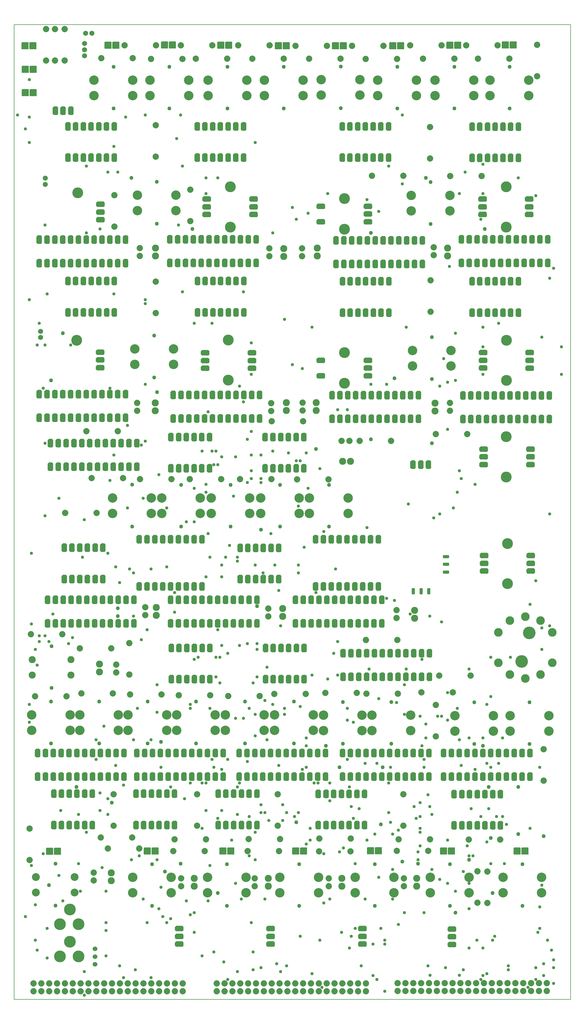
<source format=gbr>
G04 PROTEUS GERBER X2 FILE*
%TF.GenerationSoftware,Labcenter,Proteus,8.6-SP2-Build23525*%
%TF.CreationDate,2019-12-11T18:44:10+00:00*%
%TF.FileFunction,Soldermask,Top*%
%TF.FilePolarity,Negative*%
%TF.Part,Single*%
%FSLAX45Y45*%
%MOMM*%
G01*
%TA.AperFunction,Material*%
%ADD32C,1.016000*%
%ADD33C,1.270000*%
%AMPPAD028*
4,1,8,
-0.509800,1.397000,
0.509800,1.397000,
0.889000,1.017800,
0.889000,-1.017800,
0.509800,-1.397000,
-0.509800,-1.397000,
-0.889000,-1.017800,
-0.889000,1.017800,
-0.509800,1.397000,
0*%
%TA.AperFunction,Material*%
%ADD34PPAD028*%
%AMPPAD029*
4,1,8,
-1.397000,-0.509800,
-1.397000,0.509800,
-1.017800,0.889000,
1.017800,0.889000,
1.397000,0.509800,
1.397000,-0.509800,
1.017800,-0.889000,
-1.017800,-0.889000,
-1.397000,-0.509800,
0*%
%TA.AperFunction,Material*%
%ADD35PPAD029*%
%TA.AperFunction,Material*%
%ADD36C,2.032000*%
%ADD37C,2.286000*%
%AMPPAD032*
4,1,36,
1.016000,-1.143000,
-1.016000,-1.143000,
-1.041970,-1.140470,
-1.065980,-1.133200,
-1.087580,-1.121650,
-1.106290,-1.106290,
-1.121650,-1.087570,
-1.133200,-1.065980,
-1.140470,-1.041970,
-1.143000,-1.016000,
-1.143000,1.016000,
-1.140470,1.041970,
-1.133200,1.065980,
-1.121650,1.087570,
-1.106290,1.106290,
-1.087580,1.121650,
-1.065980,1.133200,
-1.041970,1.140470,
-1.016000,1.143000,
1.016000,1.143000,
1.041970,1.140470,
1.065980,1.133200,
1.087580,1.121650,
1.106290,1.106290,
1.121650,1.087570,
1.133200,1.065980,
1.140470,1.041970,
1.143000,1.016000,
1.143000,-1.016000,
1.140470,-1.041970,
1.133200,-1.065980,
1.121650,-1.087570,
1.106290,-1.106290,
1.087580,-1.121650,
1.065980,-1.133200,
1.041970,-1.140470,
1.016000,-1.143000,
0*%
%ADD38PPAD032*%
%TA.AperFunction,Material*%
%ADD39C,2.794000*%
%ADD40C,4.064000*%
%AMPPAD035*
4,1,36,
0.203200,-1.016000,
-0.203200,-1.016000,
-0.265520,-1.009940,
-0.323160,-0.992490,
-0.374980,-0.964770,
-0.419890,-0.927890,
-0.456760,-0.882980,
-0.484480,-0.831160,
-0.501930,-0.773520,
-0.508000,-0.711200,
-0.508000,0.711200,
-0.501930,0.773520,
-0.484480,0.831160,
-0.456760,0.882980,
-0.419890,0.927890,
-0.374980,0.964770,
-0.323160,0.992490,
-0.265520,1.009940,
-0.203200,1.016000,
0.203200,1.016000,
0.265520,1.009940,
0.323160,0.992490,
0.374980,0.964770,
0.419890,0.927890,
0.456760,0.882980,
0.484480,0.831160,
0.501930,0.773520,
0.508000,0.711200,
0.508000,-0.711200,
0.501930,-0.773520,
0.484480,-0.831160,
0.456760,-0.882980,
0.419890,-0.927890,
0.374980,-0.964770,
0.323160,-0.992490,
0.265520,-1.009940,
0.203200,-1.016000,
0*%
%TA.AperFunction,Material*%
%ADD41PPAD035*%
%AMPPAD036*
4,1,36,
1.016000,0.203200,
1.016000,-0.203200,
1.009940,-0.265520,
0.992490,-0.323160,
0.964770,-0.374980,
0.927890,-0.419890,
0.882980,-0.456760,
0.831160,-0.484480,
0.773520,-0.501930,
0.711200,-0.508000,
-0.711200,-0.508000,
-0.773520,-0.501930,
-0.831160,-0.484480,
-0.882980,-0.456760,
-0.927890,-0.419890,
-0.964770,-0.374980,
-0.992490,-0.323160,
-1.009940,-0.265520,
-1.016000,-0.203200,
-1.016000,0.203200,
-1.009940,0.265520,
-0.992490,0.323160,
-0.964770,0.374980,
-0.927890,0.419890,
-0.882980,0.456760,
-0.831160,0.484480,
-0.773520,0.501930,
-0.711200,0.508000,
0.711200,0.508000,
0.773520,0.501930,
0.831160,0.484480,
0.882980,0.456760,
0.927890,0.419890,
0.964770,0.374980,
0.992490,0.323160,
1.009940,0.265520,
1.016000,0.203200,
0*%
%ADD42PPAD036*%
%ADD43C,3.810000*%
%ADD44C,1.524000*%
%TA.AperFunction,Material*%
%ADD45C,1.651000*%
%TA.AperFunction,Material*%
%ADD46C,3.048000*%
%ADD47C,2.540000*%
%TA.AperFunction,Material*%
%ADD48C,3.508000*%
%TA.AperFunction,Profile*%
%ADD29C,0.203200*%
%TD.AperFunction*%
D32*
X-5651500Y+10985500D03*
X-5969000Y+10985500D03*
X-5778500Y+11811000D03*
X-8001000Y+9271000D03*
X-6667500Y+11176000D03*
X-6667500Y+9017000D03*
X-6223000Y+9144000D03*
X+3111500Y+11176000D03*
X+3556000Y+10604500D03*
X+2794000Y+9715500D03*
X+5080000Y+7937500D03*
X+5588000Y+10985500D03*
X+6096000Y+9461500D03*
X+6159500Y+11239500D03*
X+7302500Y+10795000D03*
X-3556000Y+11176000D03*
X-3683000Y+9271000D03*
X-2413000Y+10795000D03*
X-2794000Y+10795000D03*
X-6223000Y-9080500D03*
X-7493000Y-9652000D03*
X-5715000Y-8191500D03*
X-5969000Y-9271000D03*
X-5969000Y-9779000D03*
X-6921500Y-9779000D03*
X-1778000Y-9779000D03*
X-2413000Y-9906000D03*
X+571500Y-10223500D03*
X+63500Y-9842500D03*
X-1397000Y-9842500D03*
X+317500Y-8318500D03*
X-1714500Y-8763000D03*
X-444500Y-8191500D03*
X+4127500Y-9398000D03*
X+2667000Y-10414000D03*
X+1968500Y-9906000D03*
X+1841500Y-8890000D03*
X+3111500Y-9715500D03*
X+3111500Y-8763000D03*
X+3429000Y-10287000D03*
X+2413000Y-10604500D03*
X+4000500Y-9906000D03*
X+3175000Y-8255000D03*
X+2159000Y-9588500D03*
X+1905000Y-9525000D03*
X+1778000Y-8001000D03*
X-3937000Y-8890000D03*
X-3302000Y-8763000D03*
X-2540000Y-8255000D03*
X-4254500Y-8255000D03*
X+6604000Y-9842500D03*
X+6096000Y-9842500D03*
X+4127500Y-10350500D03*
X+4127500Y-10795000D03*
X+5651500Y-10795000D03*
X+6413500Y-11366500D03*
X+6858000Y-11366500D03*
X+5905500Y-8318500D03*
X+6286500Y-8128000D03*
X+6794500Y-9842500D03*
X+5778500Y-9588500D03*
X+6667500Y-8128000D03*
X+6413500Y-8255000D03*
X+8001000Y-8255000D03*
X-6794500Y-1460500D03*
X-2159000Y-1460500D03*
X-2667000Y-1460500D03*
X-1778000Y-1460500D03*
X-5588000Y-2286000D03*
X-5969000Y-1333500D03*
X-2032000Y-1079500D03*
X-2794000Y-2095500D03*
X-5143500Y-3365500D03*
X-5143500Y-1968500D03*
X-2286000Y-1714500D03*
X-1714500Y-4318000D03*
X-2286000Y-4318000D03*
X-2286000Y-2095500D03*
X-1778000Y-1587500D03*
X-1206500Y-1714500D03*
X-571500Y-1714500D03*
X-1143000Y-5334000D03*
X-2476500Y-5334000D03*
X-2476500Y-4699000D03*
X-3048000Y-4699000D03*
X-4572000Y-1841500D03*
X-5270500Y-1841500D03*
X-952500Y-1968500D03*
X+762000Y-2603500D03*
X+381000Y-1143000D03*
X-4699000Y-3810000D03*
X-2413000Y-3810000D03*
X-3810000Y-3238500D03*
X-3810000Y-2603500D03*
X-7175500Y+5397500D03*
X-7937500Y+7048500D03*
X-5778500Y+7048500D03*
X-5905500Y+4000500D03*
X+3683000Y+5969000D03*
X+3048000Y+4127500D03*
X+2540000Y+4127500D03*
X+1778000Y+3302000D03*
X+1460500Y+3302000D03*
X-2730500Y+3238500D03*
X-1587500Y+3556000D03*
X+8064500Y+5651500D03*
X+6667500Y+6096000D03*
X+6159500Y+5969000D03*
X-3175000Y+6096000D03*
X-2603500Y+6096000D03*
X-3556000Y+7112000D03*
X-1587500Y+7112000D03*
X-1714500Y+4064000D03*
X-2921000Y+1968500D03*
X-2286000Y+1778000D03*
X-4762500Y+2286000D03*
X-635000Y+1968500D03*
X-2476500Y+1968500D03*
X-5778500Y+1841500D03*
X-2603500Y+1968500D03*
X-3175000Y+762000D03*
X-4826000Y+444500D03*
X-7556500Y+444500D03*
X-2413000Y+1524000D03*
X-2540000Y+1524000D03*
X-1333500Y+1333500D03*
X-1333500Y+1079500D03*
X-1016000Y+1079500D03*
X-4889500Y+2159000D03*
X-5905500Y+1016000D03*
X-2794000Y+889000D03*
X-1905000Y+508000D03*
X-1841500Y+1778000D03*
X+127000Y+1651000D03*
X-2794000Y+635000D03*
X-5334000Y+2794000D03*
X-1460500Y+2349500D03*
X-1460500Y+952500D03*
X-1016000Y+952500D03*
X-1333500Y+2603500D03*
X-1333500Y+1841500D03*
X-127000Y+1905000D03*
X-7239000Y-4254500D03*
X+1333500Y-4572000D03*
X-3175000Y-4762500D03*
X-1143000Y-4254500D03*
X-1460500Y-4254500D03*
X-2095500Y-4572000D03*
X-2349500Y-5524500D03*
X-2349500Y-4699000D03*
X-1143000Y-4445000D03*
X-1270000Y-5524500D03*
X+2476500Y-5080000D03*
X+1460500Y-5270500D03*
X+635000Y-5270500D03*
X-825500Y-5016500D03*
X+1460500Y-4191000D03*
X+1143000Y-5397500D03*
X+2794000Y-6032500D03*
X+5016500Y-5842000D03*
X-8001000Y-4000500D03*
X-8191500Y-4000500D03*
X-5207000Y-11239500D03*
X-1968500Y-10604500D03*
X+571500Y-10604500D03*
X+2032000Y-11366500D03*
X-1016000Y-9461500D03*
X-1016000Y-9715500D03*
X-1016000Y-14732000D03*
X-5461000Y-15049500D03*
X-5143500Y-7366000D03*
X-4572000Y-7366000D03*
X-4254500Y-12128500D03*
X-4826000Y-12509500D03*
X-4381500Y-5588000D03*
X+3683000Y-5080000D03*
X-4889500Y-4127500D03*
X-7112000Y-4064000D03*
X-6731000Y-14859000D03*
X-6731000Y-15621000D03*
X+8255000Y-13843000D03*
X+6477000Y-13843000D03*
X+825500Y-8763000D03*
X+1206500Y-8763000D03*
X+444500Y-10731500D03*
X+1524000Y-10985500D03*
X+2222500Y-14668500D03*
X-3175000Y-13589000D03*
X+2032000Y-13462000D03*
X+635000Y-14922500D03*
X-4572000Y-15049500D03*
X-1397000Y-11112500D03*
X-4953000Y-11112500D03*
X-4318000Y-12827000D03*
X+5715000Y-12001500D03*
X-4699000Y-13271500D03*
X-6032500Y-13271500D03*
X-6032500Y-12255500D03*
X-6858000Y-12255500D03*
X-6731000Y-254000D03*
X-8445500Y-3619500D03*
X-4318000Y+1206500D03*
X-6223000Y-9652000D03*
X+5715000Y-11112500D03*
X+4064000Y-11239500D03*
X+4064000Y-10985500D03*
X+3238500Y-11557000D03*
X-5016500Y-6350000D03*
X-6096000Y-6921500D03*
X-6159500Y-11493500D03*
X-7556500Y-11747500D03*
X-254000Y-6350000D03*
X-1397000Y-6350000D03*
X-8509000Y-6794500D03*
X-8318500Y-4445000D03*
X-8509000Y+11938000D03*
X-1206500Y+11938000D03*
X-1016000Y+1841500D03*
X+5905500Y+889000D03*
X+5715000Y-7302500D03*
X+3238500Y-10414000D03*
X+4762500Y-11874500D03*
X+5524500Y-11620500D03*
X+5207000Y+127000D03*
X+889000Y+1397000D03*
X+1143000Y+10287000D03*
X-2794000Y+10287000D03*
X+4889500Y+4953000D03*
X+5270500Y-12255500D03*
X+5016500Y-12001500D03*
X+2984500Y-15494000D03*
X+2984500Y-13970000D03*
X+2603500Y-13970000D03*
X+2794000Y-11811000D03*
X-2667000Y-11430000D03*
X+4508500Y-9779000D03*
X+4254500Y-8255000D03*
X+4254500Y-8001000D03*
X+5397500Y-7366000D03*
X+5270500Y+4254500D03*
X-1333500Y+5461000D03*
X+6286500Y-10668000D03*
X+8064500Y-4445000D03*
X+8064500Y-3746500D03*
X+8318500Y-3683000D03*
X+8318500Y-63500D03*
X+4762500Y-63500D03*
X+4762500Y+4064000D03*
X-1333500Y+4445000D03*
X+4699000Y-6604000D03*
X+4127500Y-6604000D03*
X+5016500Y+2667000D03*
X-5334000Y+127000D03*
X+1206500Y-9334500D03*
X+4381500Y-9144000D03*
X+6350000Y-9588500D03*
X+5842000Y-11112500D03*
X+4508500Y-11557000D03*
X-4381500Y-11239500D03*
X-1206500Y-11239500D03*
X-1206500Y-10350500D03*
X+4127500Y-9842500D03*
X+4127500Y-10223500D03*
X+5461000Y-8191500D03*
X-2222500Y-14541500D03*
X-5588000Y-14668500D03*
X-5461000Y-8826500D03*
X-6350000Y-8001000D03*
X-6350000Y-7366000D03*
X-3302000Y-6223000D03*
X-3429000Y-317500D03*
X-3175000Y-317500D03*
X-8509000Y+12763500D03*
X-5397500Y+12763500D03*
X-8001000Y+5397500D03*
X-8001000Y-127000D03*
X-7874000Y-4191000D03*
X-508000Y-14605000D03*
X-8255000Y-14160500D03*
X-8191500Y-4191000D03*
X-8890000Y+12827000D03*
X-3746500Y+12065000D03*
X-2095500Y-15113000D03*
X-2286000Y-9652000D03*
X-2794000Y-9652000D03*
X-2794000Y-8763000D03*
X-2286000Y-8318500D03*
X-2730500Y-698500D03*
X-698500Y-698500D03*
X-8318500Y-13843000D03*
X-8318500Y-12700000D03*
X-8445500Y-11430000D03*
X-8255000Y-4953000D03*
X-8445500Y-1333500D03*
X-8509000Y+6858000D03*
X-4762500Y+6858000D03*
X-4762500Y+12827000D03*
X-3619500Y+12827000D03*
X-6032500Y-14351000D03*
X-6032500Y-13525500D03*
X-8191500Y+6096000D03*
X-8064500Y-11049000D03*
X-8255000Y+5397500D03*
X+3238500Y-12509500D03*
X+3619500Y-12954000D03*
X-3175000Y-12954000D03*
X-7429500Y-12573000D03*
X+4254500Y-12954000D03*
X-1333500Y-13271500D03*
X+4572000Y-190500D03*
X-8509000Y+13970000D03*
X+7683500Y-2984500D03*
X-3302000Y-13017500D03*
X-4064000Y-13271500D03*
X+8001000Y-13462000D03*
X+8001000Y-12763500D03*
X+7874000Y-2222500D03*
X+1206500Y-12509500D03*
X+2349500Y-12509500D03*
X+6794500Y-7302500D03*
X+6159500Y-7302500D03*
X+1651000Y-10858500D03*
X+889000Y-13843000D03*
X+2984500Y-13843000D03*
X-4762500Y+6731000D03*
X-4762500Y+4127500D03*
X-1841500Y-6667500D03*
X-1587500Y-6667500D03*
X-1778000Y-8890000D03*
X-6667500Y-10350500D03*
X-4381500Y-6477000D03*
X-3302000Y-6350000D03*
X-2921000Y-8763000D03*
X-3492500Y-9271000D03*
D33*
X+2540000Y+9017000D03*
X-1016000Y-571500D03*
X-4254500Y-7429500D03*
X+127000Y-10033000D03*
X+6159500Y-7556500D03*
X-5651500Y-3111500D03*
X-5651500Y-3365500D03*
X+6223000Y+9144000D03*
X+5270500Y-12954000D03*
X+6477000Y-12319000D03*
X-4381500Y+3873500D03*
X+1079500Y-7556500D03*
X-7429500Y+5778500D03*
X-1143000Y-3048000D03*
X-2413000Y-12319000D03*
X+3302000Y+4318000D03*
X-7874000Y-12065000D03*
X-3238500Y+9144000D03*
X+4508500Y+2222500D03*
D32*
X-1778000Y-14859000D03*
X-8636000Y-13081000D03*
X-4191000Y-13081000D03*
X+8445500Y+7874000D03*
X+8318500Y+7556500D03*
X+3429000Y-13335000D03*
X+3746500Y+254000D03*
X-7747000Y-3302000D03*
X+3048000Y-2794000D03*
X+4445000Y-3365500D03*
X+4826000Y-3556000D03*
X+4445000Y-9525000D03*
X+3937000Y-9525000D03*
X+190500Y-1968500D03*
X+190500Y-1714500D03*
X+4318000Y-7302500D03*
X+4191000Y-7556500D03*
X-1206500Y-7239000D03*
X-1206500Y-6540500D03*
X-2667000Y-6350000D03*
X-2730500Y-12573000D03*
X-6921500Y-11366500D03*
X-317500Y-9969500D03*
X-762000Y-9969500D03*
X-381000Y-3683000D03*
X+3810000Y-3302000D03*
X+3556000Y+12827000D03*
X-8636000Y+12382500D03*
X+5524500Y-14795500D03*
X+6985000Y-14795500D03*
X+5715000Y-5080000D03*
X+6921500Y-10096500D03*
X+8699500Y+5334000D03*
X+6159500Y+5334000D03*
X+7874000Y-14732000D03*
X+7874000Y-15113000D03*
X+1016000Y-635000D03*
X-4064000Y-1778000D03*
X-3429000Y-12573000D03*
X-1841500Y-12001500D03*
X+635000Y+5969000D03*
X-7937500Y-14414500D03*
X-7937500Y-13462000D03*
X-190500Y-9715500D03*
X+190500Y-9715500D03*
X-635000Y+9017000D03*
X-889000Y-6096000D03*
X-254000Y-6540500D03*
X-317500Y-9461500D03*
X+698500Y-8763000D03*
X+5270500Y+5778500D03*
X-8064500Y+4000500D03*
X-1651000Y-12509500D03*
X-889000Y-12509500D03*
X-889000Y-9715500D03*
X+444500Y-8255000D03*
X+444500Y-7556500D03*
X+444500Y-7302500D03*
X-254000Y+6223000D03*
X+3302000Y-2857500D03*
X+3365500Y-6159500D03*
X+4381500Y-14668500D03*
X-190500Y-14668500D03*
X+1016000Y-12636500D03*
X+952500Y-15367000D03*
X-2921000Y-10223500D03*
X-8509000Y-6223000D03*
X-381000Y-14859000D03*
X+6286500Y-14922500D03*
X-3937000Y-13144500D03*
X+8064500Y-12065000D03*
X-2540000Y-14224000D03*
X-444500Y-2540000D03*
X+1397000Y-1841500D03*
X+1841500Y-14097000D03*
X+5715000Y-14097000D03*
X+5715000Y-12827000D03*
X+6286500Y-6223000D03*
X+3175000Y-10033000D03*
X+6413500Y-5969000D03*
X+6413500Y-4699000D03*
X+7048500Y-4699000D03*
X+1587500Y-13589000D03*
X+7937500Y-13589000D03*
X+8382000Y-14160500D03*
X+7683500Y-10223500D03*
X+6985000Y-14668500D03*
D33*
X-5207000Y+10795000D03*
X-7810500Y+4254500D03*
X+1524000Y-8255000D03*
X+2921000Y-8255000D03*
X-4127500Y-11620500D03*
X+2857500Y-10096500D03*
X+2540000Y+2349500D03*
X-5842000Y-9398000D03*
X-6985000Y-8890000D03*
X+762000Y+2032000D03*
X+6350000Y-8890000D03*
X+7302500Y-8890000D03*
X+8128000Y-10477500D03*
X+4064000Y-11366500D03*
X+5715000Y-11239500D03*
X+6413500Y-10541000D03*
X+7302500Y-10414000D03*
X+4318000Y+10795000D03*
X+3556000Y-11303000D03*
X-3619500Y-11366500D03*
D32*
X+8445500Y-14478000D03*
X-1270000Y-14224000D03*
X-1270000Y-14795500D03*
X-5080000Y-14795500D03*
X+5969000Y-13843000D03*
X+190500Y+190500D03*
X-4064000Y+127000D03*
X-2921000Y-14351000D03*
X-2603500Y-8001000D03*
X-2095500Y-8001000D03*
X-8001000Y+2222500D03*
X+508000Y+762000D03*
X+0Y+4762500D03*
X-1460500Y-8064500D03*
X-825500Y-7366000D03*
X-635000Y-6223000D03*
X+1778000Y-6731000D03*
X+254000Y-13716000D03*
X+1905000Y-13716000D03*
X+4191000Y-4762500D03*
X+3619500Y-5588000D03*
X+3619500Y-6540500D03*
X+254000Y-6286500D03*
X+1778000Y-6350000D03*
X+2413000Y-508000D03*
X+2413000Y+10096500D03*
X+508000Y+9652000D03*
X+444500Y+1905000D03*
X+5461000Y+1079500D03*
X+5016500Y-10604500D03*
X+1016000Y-11049000D03*
X+4318000Y-6858000D03*
X+127000Y+9461500D03*
X+317500Y+4635500D03*
X+5016500Y+4191000D03*
X+5016500Y-6731000D03*
X+1968500Y-6794500D03*
X+2349500Y-8128000D03*
X+2730500Y-8128000D03*
X+2730500Y-15113000D03*
X+4450000Y-14970000D03*
X+5397500Y-14970000D03*
X+4826000Y-6604000D03*
X+5334000Y-6350000D03*
X+5334000Y+635000D03*
X+254000Y+1651000D03*
X+0Y+9842500D03*
X+4953000Y-14732000D03*
X+6096000Y-15113000D03*
X+6159500Y+10287000D03*
X+5397500Y+10287000D03*
X+5397500Y+1333500D03*
X+6540500Y-13716000D03*
X+7874000Y+10223500D03*
X+7620000Y-15367000D03*
X+8128000Y-14605000D03*
X+8128000Y-14986000D03*
X+8445500Y-14732000D03*
X+8445500Y-15240000D03*
X+2857500Y-13462000D03*
X+2603500Y-14986000D03*
X+6159500Y-14986000D03*
X+6159500Y-14097000D03*
X+6159500Y+4445000D03*
X+8699500Y+4445000D03*
X-5715000Y-1778000D03*
D34*
X+837460Y-10125080D03*
X+1087460Y-10125080D03*
X+1337460Y-10125080D03*
X+1587460Y-10125080D03*
X+1837460Y-10125080D03*
X+2087460Y-10125080D03*
X+2337460Y-10125080D03*
X+2337460Y-9115080D03*
X+2087460Y-9115080D03*
X+1837460Y-9115080D03*
X+1587460Y-9115080D03*
X+1337460Y-9115080D03*
X+1087460Y-9115080D03*
X+837460Y-9115080D03*
X+5230000Y-10130000D03*
X+5480000Y-10130000D03*
X+5730000Y-10130000D03*
X+5980000Y-10130000D03*
X+6230000Y-10130000D03*
X+6480000Y-10130000D03*
X+6730000Y-10130000D03*
X+6730000Y-9120000D03*
X+6480000Y-9120000D03*
X+6230000Y-9120000D03*
X+5980000Y-9120000D03*
X+5730000Y-9120000D03*
X+5480000Y-9120000D03*
X+5230000Y-9120000D03*
X-2400000Y-10120000D03*
X-2150000Y-10120000D03*
X-1900000Y-10120000D03*
X-1650000Y-10120000D03*
X-1400000Y-10120000D03*
X-1150000Y-10120000D03*
X-1150000Y-9110000D03*
X-1400000Y-9110000D03*
X-1650000Y-9110000D03*
X-1900000Y-9110000D03*
X-2150000Y-9110000D03*
X-2400000Y-9110000D03*
X-7720000Y-10120000D03*
X-7470000Y-10120000D03*
X-7220000Y-10120000D03*
X-6970000Y-10120000D03*
X-6720000Y-10120000D03*
X-6470000Y-10120000D03*
X-6470000Y-9110000D03*
X-6720000Y-9110000D03*
X-6970000Y-9110000D03*
X-7220000Y-9110000D03*
X-7470000Y-9110000D03*
X-7720000Y-9110000D03*
X-5060000Y-10120000D03*
X-4810000Y-10120000D03*
X-4560000Y-10120000D03*
X-4310000Y-10120000D03*
X-4060000Y-10120000D03*
X-3810000Y-10120000D03*
X-3810000Y-9110000D03*
X-4060000Y-9110000D03*
X-4310000Y-9110000D03*
X-4560000Y-9110000D03*
X-4810000Y-9110000D03*
X-5060000Y-9110000D03*
D35*
X-3660266Y-13467490D03*
X-3660266Y-13717490D03*
X-3660266Y-13967490D03*
X-702690Y-13469350D03*
X-702690Y-13719350D03*
X-702690Y-13969350D03*
X+2267630Y-13469850D03*
X+2267630Y-13719850D03*
X+2267630Y-13969850D03*
X+5157470Y-13479850D03*
X+5157470Y-13729850D03*
X+5157470Y-13979850D03*
D34*
X-8193500Y+8800800D03*
X-7939500Y+8800800D03*
X-7685500Y+8800800D03*
X-7431500Y+8800800D03*
X-7177500Y+8800800D03*
X-6923500Y+8800800D03*
X-6669500Y+8800800D03*
X-6415500Y+8800800D03*
X-6161500Y+8800800D03*
X-5907500Y+8800800D03*
X-5653500Y+8800800D03*
X-5399500Y+8800800D03*
X-5399500Y+8038800D03*
X-5653500Y+8038800D03*
X-5907500Y+8038800D03*
X-6161500Y+8038800D03*
X-6415500Y+8038800D03*
X-6669500Y+8038800D03*
X-6923500Y+8038800D03*
X-7177500Y+8038800D03*
X-7431500Y+8038800D03*
X-7685500Y+8038800D03*
X-7939500Y+8038800D03*
X-8193500Y+8038800D03*
D35*
X-1259750Y+10110400D03*
X-1259750Y+9860400D03*
X-1259750Y+9610400D03*
X-2770150Y+10110650D03*
X-2770150Y+9860650D03*
X-2770150Y+9610650D03*
X+7657630Y+9610650D03*
X+7657630Y+9860650D03*
X+7657630Y+10110650D03*
X+6150330Y+10110150D03*
X+6150330Y+9860150D03*
X+6150330Y+9610150D03*
D34*
X-3963500Y+8810800D03*
X-3709500Y+8810800D03*
X-3455500Y+8810800D03*
X-3201500Y+8810800D03*
X-2947500Y+8810800D03*
X-2693500Y+8810800D03*
X-2439500Y+8810800D03*
X-2185500Y+8810800D03*
X-1931500Y+8810800D03*
X-1677500Y+8810800D03*
X-1423500Y+8810800D03*
X-1169500Y+8810800D03*
X-1169500Y+8048800D03*
X-1423500Y+8048800D03*
X-1677500Y+8048800D03*
X-1931500Y+8048800D03*
X-2185500Y+8048800D03*
X-2439500Y+8048800D03*
X-2693500Y+8048800D03*
X-2947500Y+8048800D03*
X-3201500Y+8048800D03*
X-3455500Y+8048800D03*
X-3709500Y+8048800D03*
X-3963500Y+8048800D03*
X+1409040Y+8777620D03*
X+1663040Y+8777620D03*
X+1917040Y+8777620D03*
X+2171040Y+8777620D03*
X+2425040Y+8777620D03*
X+2679040Y+8777620D03*
X+2933040Y+8777620D03*
X+3187040Y+8777620D03*
X+3441040Y+8777620D03*
X+3695040Y+8777620D03*
X+3949040Y+8777620D03*
X+4203040Y+8777620D03*
X+4203040Y+8015620D03*
X+3949040Y+8015620D03*
X+3695040Y+8015620D03*
X+3441040Y+8015620D03*
X+3187040Y+8015620D03*
X+2933040Y+8015620D03*
X+2679040Y+8015620D03*
X+2425040Y+8015620D03*
X+2171040Y+8015620D03*
X+1917040Y+8015620D03*
X+1663040Y+8015620D03*
X+1409040Y+8015620D03*
X+5466500Y+8812700D03*
X+5720500Y+8812700D03*
X+5974500Y+8812700D03*
X+6228500Y+8812700D03*
X+6482500Y+8812700D03*
X+6736500Y+8812700D03*
X+6990500Y+8812700D03*
X+7244500Y+8812700D03*
X+7498500Y+8812700D03*
X+7752500Y+8812700D03*
X+8006500Y+8812700D03*
X+8260500Y+8812700D03*
X+8260500Y+8050700D03*
X+8006500Y+8050700D03*
X+7752500Y+8050700D03*
X+7498500Y+8050700D03*
X+7244500Y+8050700D03*
X+6990500Y+8050700D03*
X+6736500Y+8050700D03*
X+6482500Y+8050700D03*
X+6228500Y+8050700D03*
X+5974500Y+8050700D03*
X+5720500Y+8050700D03*
X+5466500Y+8050700D03*
D36*
X-5756960Y+9224960D03*
X-5756960Y+10240960D03*
X+5105870Y+10855570D03*
X+6121870Y+10855570D03*
X+2572250Y+10865230D03*
X+3588250Y+10865230D03*
X-3309500Y+9398580D03*
X-3309500Y+10414580D03*
X-4940000Y+8277780D03*
X-4940000Y+8531780D03*
D37*
X-4427300Y+8531780D03*
X-4427300Y+8277780D03*
D36*
X-746960Y+8519880D03*
X-746960Y+8265880D03*
D37*
X-279500Y+8256800D03*
X-279500Y+8510800D03*
D36*
X+313040Y+8520040D03*
X+313040Y+8266040D03*
D37*
X+803040Y+8276960D03*
X+803040Y+8530960D03*
D36*
X+4569680Y+8553020D03*
X+4569680Y+8299020D03*
D37*
X+5015100Y+8278860D03*
X+5015100Y+8532860D03*
D35*
X-2819750Y+4640400D03*
X-2819750Y+4890400D03*
X-2819750Y+5140400D03*
X-1309750Y+4640400D03*
X-1309750Y+4890400D03*
X-1309750Y+5140400D03*
X+6164930Y+5148110D03*
X+6164930Y+4898110D03*
X+6164930Y+4648110D03*
X+7675570Y+4647610D03*
X+7675570Y+4897610D03*
X+7675570Y+5147610D03*
D34*
X+1636500Y-4564280D03*
X+1890500Y-4564280D03*
X+2144500Y-4564280D03*
X+2398500Y-4564280D03*
X+2652500Y-4564280D03*
X+2906500Y-4564280D03*
X+3160500Y-4564280D03*
X+3414500Y-4564280D03*
X+3668500Y-4564280D03*
X+3922500Y-4564280D03*
X+4176500Y-4564280D03*
X+4430500Y-4564280D03*
X+4430500Y-5326280D03*
X+4176500Y-5326280D03*
X+3922500Y-5326280D03*
X+3668500Y-5326280D03*
X+3414500Y-5326280D03*
X+3160500Y-5326280D03*
X+2906500Y-5326280D03*
X+2652500Y-5326280D03*
X+2398500Y-5326280D03*
X+2144500Y-5326280D03*
X+1890500Y-5326280D03*
X+1636500Y-5326280D03*
D36*
X-6665200Y+2609500D03*
X-5649200Y+2609500D03*
X+5650000Y+2520000D03*
X+4634000Y+2520000D03*
X+3190800Y+2299500D03*
X+2174800Y+2299500D03*
X-670000Y+2930000D03*
X+346000Y+2930000D03*
X-5020000Y+3270000D03*
X-5020000Y+3524000D03*
D37*
X-4440000Y+3524000D03*
X-4440000Y+3270000D03*
D36*
X-690000Y+3520000D03*
X-690000Y+3266000D03*
D37*
X-199500Y+3276800D03*
X-199500Y+3530800D03*
D36*
X+330500Y+3532100D03*
X+330500Y+3278100D03*
D37*
X+770500Y+3276800D03*
X+770500Y+3530800D03*
X+4610660Y+3262860D03*
X+4610660Y+3516860D03*
D36*
X+5090160Y+3522060D03*
X+5090160Y+3268060D03*
D38*
X+360500Y-10959200D03*
X+106500Y-10959200D03*
D36*
X-4416540Y+15079840D03*
X-5432540Y+15079840D03*
X-2594000Y+15080000D03*
X-3610000Y+15080000D03*
X-744000Y+15080000D03*
X-1760000Y+15080000D03*
X+1110920Y+15067140D03*
X+94920Y+15067140D03*
X+2946000Y+15066980D03*
X+1930000Y+15066980D03*
X+4818380Y+15086980D03*
X+3802380Y+15086980D03*
X+6636000Y+15080000D03*
X+5620000Y+15080000D03*
X+7910650Y+14080150D03*
X+7910650Y+15096150D03*
X-4959500Y-10879200D03*
X-5975500Y-10879200D03*
X-2844000Y-10960000D03*
X-3860000Y-10960000D03*
X-434000Y-10960000D03*
X-1450000Y-10960000D03*
X+1876000Y-10970000D03*
X+860000Y-10970000D03*
X-7680150Y+14594650D03*
X-7680150Y+15610650D03*
X+6300500Y-12635200D03*
X+6300500Y-11619200D03*
D34*
X-8244000Y-7790000D03*
X-7990000Y-7790000D03*
X-7736000Y-7790000D03*
X-7482000Y-7790000D03*
X-7228000Y-7790000D03*
X-6974000Y-7790000D03*
X-6720000Y-7790000D03*
X-6466000Y-7790000D03*
X-6212000Y-7790000D03*
X-5958000Y-7790000D03*
X-5704000Y-7790000D03*
X-5450000Y-7790000D03*
X-5450000Y-8552000D03*
X-5704000Y-8552000D03*
X-5958000Y-8552000D03*
X-6212000Y-8552000D03*
X-6466000Y-8552000D03*
X-6720000Y-8552000D03*
X-6974000Y-8552000D03*
X-7228000Y-8552000D03*
X-7482000Y-8552000D03*
X-7736000Y-8552000D03*
X-7990000Y-8552000D03*
X-8244000Y-8552000D03*
X-1721460Y-7790160D03*
X-1467460Y-7790160D03*
X-1213460Y-7790160D03*
X-959460Y-7790160D03*
X-705460Y-7790160D03*
X-451460Y-7790160D03*
X-197460Y-7790160D03*
X+56540Y-7790160D03*
X+310540Y-7790160D03*
X+564540Y-7790160D03*
X+818540Y-7790160D03*
X+1072540Y-7790160D03*
X+1072540Y-8552160D03*
X+818540Y-8552160D03*
X+564540Y-8552160D03*
X+310540Y-8552160D03*
X+56540Y-8552160D03*
X-197460Y-8552160D03*
X-451460Y-8552160D03*
X-705460Y-8552160D03*
X-959460Y-8552160D03*
X-1213460Y-8552160D03*
X-1467460Y-8552160D03*
X-1721460Y-8552160D03*
X+1626000Y-7790320D03*
X+1880000Y-7790320D03*
X+2134000Y-7790320D03*
X+2388000Y-7790320D03*
X+2642000Y-7790320D03*
X+2896000Y-7790320D03*
X+3150000Y-7790320D03*
X+3404000Y-7790320D03*
X+3658000Y-7790320D03*
X+3912000Y-7790320D03*
X+4166000Y-7790320D03*
X+4420000Y-7790320D03*
X+4420000Y-8552320D03*
X+4166000Y-8552320D03*
X+3912000Y-8552320D03*
X+3658000Y-8552320D03*
X+3404000Y-8552320D03*
X+3150000Y-8552320D03*
X+2896000Y-8552320D03*
X+2642000Y-8552320D03*
X+2388000Y-8552320D03*
X+2134000Y-8552320D03*
X+1880000Y-8552320D03*
X+1626000Y-8552320D03*
X-5034000Y-7790000D03*
X-4780000Y-7790000D03*
X-4526000Y-7790000D03*
X-4272000Y-7790000D03*
X-4018000Y-7790000D03*
X-3764000Y-7790000D03*
X-3510000Y-7790000D03*
X-3256000Y-7790000D03*
X-3002000Y-7790000D03*
X-2748000Y-7790000D03*
X-2494000Y-7790000D03*
X-2240000Y-7790000D03*
X-2240000Y-8552000D03*
X-2494000Y-8552000D03*
X-2748000Y-8552000D03*
X-3002000Y-8552000D03*
X-3256000Y-8552000D03*
X-3510000Y-8552000D03*
X-3764000Y-8552000D03*
X-4018000Y-8552000D03*
X-4272000Y-8552000D03*
X-4526000Y-8552000D03*
X-4780000Y-8552000D03*
X-5034000Y-8552000D03*
X+4888540Y-7790320D03*
X+5142540Y-7790320D03*
X+5396540Y-7790320D03*
X+5650540Y-7790320D03*
X+5904540Y-7790320D03*
X+6158540Y-7790320D03*
X+6412540Y-7790320D03*
X+6666540Y-7790320D03*
X+6920540Y-7790320D03*
X+7174540Y-7790320D03*
X+7428540Y-7790320D03*
X+7682540Y-7790320D03*
X+7682540Y-8552320D03*
X+7428540Y-8552320D03*
X+7174540Y-8552320D03*
X+6920540Y-8552320D03*
X+6666540Y-8552320D03*
X+6412540Y-8552320D03*
X+6158540Y-8552320D03*
X+5904540Y-8552320D03*
X+5650540Y-8552320D03*
X+5396540Y-8552320D03*
X+5142540Y-8552320D03*
X+4888540Y-8552320D03*
D36*
X-5784420Y-9125580D03*
X-5784420Y-10141580D03*
X+3584920Y-9123820D03*
X+3584920Y-10139820D03*
X-479500Y-9125580D03*
X-479500Y-10141580D03*
X+8127780Y-7663020D03*
X+8127780Y-8679020D03*
X-6430000Y-11910000D03*
X-6430000Y-11656000D03*
D37*
X-5860000Y-11666000D03*
X-5860000Y-11920000D03*
D36*
X-3600000Y-12094000D03*
X-3600000Y-11840000D03*
D37*
X-3180000Y-11841080D03*
X-3180000Y-12095080D03*
D36*
X-1222540Y-12093360D03*
X-1222540Y-11839360D03*
D37*
X-780000Y-11840280D03*
X-780000Y-12094280D03*
X+1594920Y-11841900D03*
X+1594920Y-12095900D03*
D36*
X+1172540Y-12095900D03*
X+1172540Y-11841900D03*
X+3600000Y-12094440D03*
X+3600000Y-11840440D03*
D37*
X+4020000Y-11839360D03*
X+4020000Y-12093360D03*
D34*
X-7380000Y-2170000D03*
X-7130000Y-2170000D03*
X-6880000Y-2170000D03*
X-6630000Y-2170000D03*
X-6380000Y-2170000D03*
X-6130000Y-2170000D03*
X-6130000Y-1160000D03*
X-6380000Y-1160000D03*
X-6630000Y-1160000D03*
X-6880000Y-1160000D03*
X-7130000Y-1160000D03*
X-7380000Y-1160000D03*
X-4960000Y-2410000D03*
X-4706000Y-2410000D03*
X-4452000Y-2410000D03*
X-4198000Y-2410000D03*
X-3944000Y-2410000D03*
X-3690000Y-2410000D03*
X-3436000Y-2410000D03*
X-3182000Y-2410000D03*
X-2928000Y-2410000D03*
X-2928000Y-886000D03*
X-3182000Y-886000D03*
X-3436000Y-886000D03*
X-3690000Y-886000D03*
X-3944000Y-886000D03*
X-4198000Y-886000D03*
X-4452000Y-886000D03*
X-4706000Y-886000D03*
X-4960000Y-886000D03*
X-1690000Y-2172540D03*
X-1440000Y-2172540D03*
X-1190000Y-2172540D03*
X-940000Y-2172540D03*
X-690000Y-2172540D03*
X-440000Y-2172540D03*
X-440000Y-1162540D03*
X-690000Y-1162540D03*
X-940000Y-1162540D03*
X-1190000Y-1162540D03*
X-1440000Y-1162540D03*
X-1690000Y-1162540D03*
X+750000Y-2412380D03*
X+1004000Y-2412380D03*
X+1258000Y-2412380D03*
X+1512000Y-2412380D03*
X+1766000Y-2412380D03*
X+2020000Y-2412380D03*
X+2274000Y-2412380D03*
X+2528000Y-2412380D03*
X+2782000Y-2412380D03*
X+2782000Y-888380D03*
X+2528000Y-888380D03*
X+2274000Y-888380D03*
X+2020000Y-888380D03*
X+1766000Y-888380D03*
X+1512000Y-888380D03*
X+1258000Y-888380D03*
X+1004000Y-888380D03*
X+750000Y-888380D03*
X-3944000Y-2837620D03*
X-3690000Y-2837620D03*
X-3436000Y-2837620D03*
X-3182000Y-2837620D03*
X-2928000Y-2837620D03*
X-2674000Y-2837620D03*
X-2420000Y-2837620D03*
X-2166000Y-2837620D03*
X-1912000Y-2837620D03*
X-1658000Y-2837620D03*
X-1404000Y-2837620D03*
X-1150000Y-2837620D03*
X-1150000Y-3599620D03*
X-1404000Y-3599620D03*
X-1658000Y-3599620D03*
X-1912000Y-3599620D03*
X-2166000Y-3599620D03*
X-2420000Y-3599620D03*
X-2674000Y-3599620D03*
X-2928000Y-3599620D03*
X-3182000Y-3599620D03*
X-3436000Y-3599620D03*
X-3690000Y-3599620D03*
X-3944000Y-3599620D03*
X-5129500Y-3601200D03*
X-5383500Y-3601200D03*
X-5637500Y-3601200D03*
X-5891500Y-3601200D03*
X-6145500Y-3601200D03*
X-6399500Y-3601200D03*
X-6653500Y-3601200D03*
X-6907500Y-3601200D03*
X-7161500Y-3601200D03*
X-7415500Y-3601200D03*
X-7669500Y-3601200D03*
X-7923500Y-3601200D03*
X-7923500Y-2839200D03*
X-7669500Y-2839200D03*
X-7415500Y-2839200D03*
X-7161500Y-2839200D03*
X-6907500Y-2839200D03*
X-6653500Y-2839200D03*
X-6399500Y-2839200D03*
X-6145500Y-2839200D03*
X-5891500Y-2839200D03*
X-5637500Y-2839200D03*
X-5383500Y-2839200D03*
X-5129500Y-2839200D03*
X+100000Y-2839740D03*
X+354000Y-2839740D03*
X+608000Y-2839740D03*
X+862000Y-2839740D03*
X+1116000Y-2839740D03*
X+1370000Y-2839740D03*
X+1624000Y-2839740D03*
X+1878000Y-2839740D03*
X+2132000Y-2839740D03*
X+2386000Y-2839740D03*
X+2640000Y-2839740D03*
X+2894000Y-2839740D03*
X+2894000Y-3601740D03*
X+2640000Y-3601740D03*
X+2386000Y-3601740D03*
X+2132000Y-3601740D03*
X+1878000Y-3601740D03*
X+1624000Y-3601740D03*
X+1370000Y-3601740D03*
X+1116000Y-3601740D03*
X+862000Y-3601740D03*
X+608000Y-3601740D03*
X+354000Y-3601740D03*
X+100000Y-3601740D03*
D36*
X-5279500Y-4239200D03*
X-5279500Y-5255200D03*
X-5860150Y-4409350D03*
X-6876150Y-4409350D03*
X+2373850Y-4139350D03*
X+3389850Y-4139350D03*
X-4760000Y-3080000D03*
X-4760000Y-3334000D03*
D37*
X-4410000Y-3340000D03*
X-4410000Y-3086000D03*
D36*
X-780000Y-3120000D03*
X-780000Y-3374000D03*
D37*
X-320000Y-3374000D03*
X-320000Y-3120000D03*
D36*
X+3370500Y-3169200D03*
X+3370500Y-3423200D03*
D37*
X+3950500Y-3433200D03*
X+3950500Y-3179200D03*
D35*
X+7700250Y+2030400D03*
X+7700250Y+1780400D03*
X+7700250Y+1530400D03*
X+6189850Y+2030650D03*
X+6189850Y+1780650D03*
X+6189850Y+1530650D03*
X+7710250Y-1409600D03*
X+7710250Y-1659600D03*
X+7710250Y-1909600D03*
X+6200250Y-1409600D03*
X+6200250Y-1659600D03*
X+6200250Y-1909600D03*
D39*
X+6660000Y-3890000D03*
X+7030000Y-3510000D03*
X+7535000Y-3383000D03*
X+8020000Y-3508000D03*
X+8401000Y-3891000D03*
X+8401000Y-4871000D03*
X+8020000Y-5250000D03*
X+7535000Y-5379000D03*
X+7030000Y-5252000D03*
X+6660000Y-4870000D03*
D40*
X+7660000Y-3910000D03*
X+7410000Y-4830000D03*
D41*
X+3910000Y-2560000D03*
X+4160000Y-2560000D03*
X+4410000Y-2560000D03*
D42*
X+4970000Y-1440000D03*
X+4970000Y-1690000D03*
X+4970000Y-1940000D03*
D36*
X-3086170Y-9126050D03*
X-3086170Y-10142050D03*
D38*
X-5709750Y+15080400D03*
X-5963750Y+15080400D03*
X+5350250Y+15080400D03*
X+5096250Y+15080400D03*
X-2059750Y+15080400D03*
X-2313750Y+15080400D03*
X-199750Y+15070400D03*
X-453750Y+15070400D03*
X+1650250Y+15070400D03*
X+1396250Y+15070400D03*
X+3500250Y+15070400D03*
X+3246250Y+15070400D03*
X+7140250Y+15090400D03*
X+6886250Y+15090400D03*
X-8649750Y+15070400D03*
X-8395750Y+15070400D03*
X-8639750Y+14300400D03*
X-8385750Y+14300400D03*
X-8639750Y+13550400D03*
X-8385750Y+13550400D03*
X-7599750Y-10969600D03*
X-7853750Y-10969600D03*
X-4439750Y-10959600D03*
X-4693750Y-10959600D03*
X-1989750Y-10959600D03*
X-2243750Y-10959600D03*
X+5140250Y-10959600D03*
X+4886250Y-10959600D03*
X+7520250Y-10959600D03*
X+7266250Y-10959600D03*
X+2780250Y-10949600D03*
X+2526250Y-10949600D03*
X-3879750Y+15090400D03*
X-4133750Y+15090400D03*
D36*
X-7969750Y+14590400D03*
X-7969750Y+15606400D03*
X-7369750Y+14590400D03*
X-7369750Y+15606400D03*
X+4390250Y-10949600D03*
X+3374250Y-10949600D03*
X+5980250Y-12629600D03*
X+5980250Y-11613600D03*
D34*
X-7262540Y+11447460D03*
X-7012540Y+11447460D03*
X-6762540Y+11447460D03*
X-6512540Y+11447460D03*
X-6262540Y+11447460D03*
X-6012540Y+11447460D03*
X-5762540Y+11447460D03*
X-5762540Y+12457460D03*
X-6012540Y+12457460D03*
X-6262540Y+12457460D03*
X-6512540Y+12457460D03*
X-6762540Y+12457460D03*
X-7012540Y+12457460D03*
X-7262540Y+12457460D03*
X-3079750Y+11450400D03*
X-2829750Y+11450400D03*
X-2579750Y+11450400D03*
X-2329750Y+11450400D03*
X-2079750Y+11450400D03*
X-1829750Y+11450400D03*
X-1579750Y+11450400D03*
X-1579750Y+12460400D03*
X-1829750Y+12460400D03*
X-2079750Y+12460400D03*
X-2329750Y+12460400D03*
X-2579750Y+12460400D03*
X-2829750Y+12460400D03*
X-3079750Y+12460400D03*
X+1610250Y+11450400D03*
X+1860250Y+11450400D03*
X+2110250Y+11450400D03*
X+2360250Y+11450400D03*
X+2610250Y+11450400D03*
X+2860250Y+11450400D03*
X+3110250Y+11450400D03*
X+3110250Y+12460400D03*
X+2860250Y+12460400D03*
X+2610250Y+12460400D03*
X+2360250Y+12460400D03*
X+2110250Y+12460400D03*
X+1860250Y+12460400D03*
X+1610250Y+12460400D03*
X+5810000Y+11440000D03*
X+6060000Y+11440000D03*
X+6310000Y+11440000D03*
X+6560000Y+11440000D03*
X+6810000Y+11440000D03*
X+7060000Y+11440000D03*
X+7310000Y+11440000D03*
X+7310000Y+12450000D03*
X+7060000Y+12450000D03*
X+6810000Y+12450000D03*
X+6560000Y+12450000D03*
X+6310000Y+12450000D03*
X+6060000Y+12450000D03*
X+5810000Y+12450000D03*
X-7260000Y+6450000D03*
X-7010000Y+6450000D03*
X-6760000Y+6450000D03*
X-6510000Y+6450000D03*
X-6260000Y+6450000D03*
X-6010000Y+6450000D03*
X-5760000Y+6450000D03*
X-5760000Y+7460000D03*
X-6010000Y+7460000D03*
X-6260000Y+7460000D03*
X-6510000Y+7460000D03*
X-6760000Y+7460000D03*
X-7010000Y+7460000D03*
X-7260000Y+7460000D03*
X-3072540Y+6449840D03*
X-2822540Y+6449840D03*
X-2572540Y+6449840D03*
X-2322540Y+6449840D03*
X-2072540Y+6449840D03*
X-1822540Y+6449840D03*
X-1572540Y+6449840D03*
X-1572540Y+7459840D03*
X-1822540Y+7459840D03*
X-2072540Y+7459840D03*
X-2322540Y+7459840D03*
X-2572540Y+7459840D03*
X-2822540Y+7459840D03*
X-3072540Y+7459840D03*
X+1620000Y+6442220D03*
X+1870000Y+6442220D03*
X+2120000Y+6442220D03*
X+2370000Y+6442220D03*
X+2620000Y+6442220D03*
X+2870000Y+6442220D03*
X+3120000Y+6442220D03*
X+3120000Y+7452220D03*
X+2870000Y+7452220D03*
X+2620000Y+7452220D03*
X+2370000Y+7452220D03*
X+2120000Y+7452220D03*
X+1870000Y+7452220D03*
X+1620000Y+7452220D03*
X+5810000Y+6442220D03*
X+6060000Y+6442220D03*
X+6310000Y+6442220D03*
X+6560000Y+6442220D03*
X+6810000Y+6442220D03*
X+7060000Y+6442220D03*
X+7310000Y+6442220D03*
X+7310000Y+7452220D03*
X+7060000Y+7452220D03*
X+6810000Y+7452220D03*
X+6560000Y+7452220D03*
X+6310000Y+7452220D03*
X+6060000Y+7452220D03*
X+5810000Y+7452220D03*
X-3930000Y+1410000D03*
X-3680000Y+1410000D03*
X-3430000Y+1410000D03*
X-3180000Y+1410000D03*
X-2930000Y+1410000D03*
X-2680000Y+1410000D03*
X-2680000Y+2420000D03*
X-2930000Y+2420000D03*
X-3180000Y+2420000D03*
X-3430000Y+2420000D03*
X-3680000Y+2420000D03*
X-3930000Y+2420000D03*
X-880000Y+1410000D03*
X-630000Y+1410000D03*
X-380000Y+1410000D03*
X-130000Y+1410000D03*
X+120000Y+1410000D03*
X+370000Y+1410000D03*
X+370000Y+2420000D03*
X+120000Y+2420000D03*
X-130000Y+2420000D03*
X-380000Y+2420000D03*
X-630000Y+2420000D03*
X-880000Y+2420000D03*
X-3916547Y-5406841D03*
X-3666547Y-5406841D03*
X-3416547Y-5406841D03*
X-3166547Y-5406841D03*
X-2916547Y-5406841D03*
X-2666547Y-5406841D03*
X-2666547Y-4396841D03*
X-2916547Y-4396841D03*
X-3166547Y-4396841D03*
X-3416547Y-4396841D03*
X-3666547Y-4396841D03*
X-3916547Y-4396841D03*
X-870000Y-5410000D03*
X-620000Y-5410000D03*
X-370000Y-5410000D03*
X-120000Y-5410000D03*
X+130000Y-5410000D03*
X+380000Y-5410000D03*
X+380000Y-4400000D03*
X+130000Y-4400000D03*
X-120000Y-4400000D03*
X-370000Y-4400000D03*
X-620000Y-4400000D03*
X-870000Y-4400000D03*
X-8189750Y+3802400D03*
X-7935750Y+3802400D03*
X-7681750Y+3802400D03*
X-7427750Y+3802400D03*
X-7173750Y+3802400D03*
X-6919750Y+3802400D03*
X-6665750Y+3802400D03*
X-6411750Y+3802400D03*
X-6157750Y+3802400D03*
X-5903750Y+3802400D03*
X-5649750Y+3802400D03*
X-5395750Y+3802400D03*
X-5395750Y+3040400D03*
X-5649750Y+3040400D03*
X-5903750Y+3040400D03*
X-6157750Y+3040400D03*
X-6411750Y+3040400D03*
X-6665750Y+3040400D03*
X-6919750Y+3040400D03*
X-7173750Y+3040400D03*
X-7427750Y+3040400D03*
X-7681750Y+3040400D03*
X-7935750Y+3040400D03*
X-8189750Y+3040400D03*
X+1286250Y+3770400D03*
X+1540250Y+3770400D03*
X+1794250Y+3770400D03*
X+2048250Y+3770400D03*
X+2302250Y+3770400D03*
X+2556250Y+3770400D03*
X+2810250Y+3770400D03*
X+3064250Y+3770400D03*
X+3318250Y+3770400D03*
X+3572250Y+3770400D03*
X+3826250Y+3770400D03*
X+4080250Y+3770400D03*
X+4080250Y+3008400D03*
X+3826250Y+3008400D03*
X+3572250Y+3008400D03*
X+3318250Y+3008400D03*
X+3064250Y+3008400D03*
X+2810250Y+3008400D03*
X+2556250Y+3008400D03*
X+2302250Y+3008400D03*
X+2048250Y+3008400D03*
X+1794250Y+3008400D03*
X+1540250Y+3008400D03*
X+1286250Y+3008400D03*
X+5516250Y+3760400D03*
X+5770250Y+3760400D03*
X+6024250Y+3760400D03*
X+6278250Y+3760400D03*
X+6532250Y+3760400D03*
X+6786250Y+3760400D03*
X+7040250Y+3760400D03*
X+7294250Y+3760400D03*
X+7548250Y+3760400D03*
X+7802250Y+3760400D03*
X+8056250Y+3760400D03*
X+8310250Y+3760400D03*
X+8310250Y+2998400D03*
X+8056250Y+2998400D03*
X+7802250Y+2998400D03*
X+7548250Y+2998400D03*
X+7294250Y+2998400D03*
X+7040250Y+2998400D03*
X+6786250Y+2998400D03*
X+6532250Y+2998400D03*
X+6278250Y+2998400D03*
X+6024250Y+2998400D03*
X+5770250Y+2998400D03*
X+5516250Y+2998400D03*
X-3859750Y+3782400D03*
X-3605750Y+3782400D03*
X-3351750Y+3782400D03*
X-3097750Y+3782400D03*
X-2843750Y+3782400D03*
X-2589750Y+3782400D03*
X-2335750Y+3782400D03*
X-2081750Y+3782400D03*
X-1827750Y+3782400D03*
X-1573750Y+3782400D03*
X-1319750Y+3782400D03*
X-1065750Y+3782400D03*
X-1065750Y+3020400D03*
X-1319750Y+3020400D03*
X-1573750Y+3020400D03*
X-1827750Y+3020400D03*
X-2081750Y+3020400D03*
X-2335750Y+3020400D03*
X-2589750Y+3020400D03*
X-2843750Y+3020400D03*
X-3097750Y+3020400D03*
X-3351750Y+3020400D03*
X-3605750Y+3020400D03*
X-3859750Y+3020400D03*
X-7823750Y+2220400D03*
X-7569750Y+2220400D03*
X-7315750Y+2220400D03*
X-7061750Y+2220400D03*
X-6807750Y+2220400D03*
X-6553750Y+2220400D03*
X-6299750Y+2220400D03*
X-6045750Y+2220400D03*
X-5791750Y+2220400D03*
X-5537750Y+2220400D03*
X-5283750Y+2220400D03*
X-5029750Y+2220400D03*
X-5029750Y+1458400D03*
X-5283750Y+1458400D03*
X-5537750Y+1458400D03*
X-5791750Y+1458400D03*
X-6045750Y+1458400D03*
X-6299750Y+1458400D03*
X-6553750Y+1458400D03*
X-6807750Y+1458400D03*
X-7061750Y+1458400D03*
X-7315750Y+1458400D03*
X-7569750Y+1458400D03*
X-7823750Y+1458400D03*
D36*
X+1590250Y+2300400D03*
X+1844250Y+2300400D03*
D37*
X+1874250Y+1640400D03*
X+1620250Y+1640400D03*
D36*
X-6339750Y-29600D03*
X-7355750Y-29600D03*
X+5190250Y-5829600D03*
X+4174250Y-5829600D03*
X-5699750Y-5189600D03*
X-5699750Y-4935600D03*
D37*
X-6239750Y-4915600D03*
X-6239750Y-5169600D03*
D36*
X+3404250Y-15229600D03*
X+3404250Y-15483600D03*
X+3658250Y-15229600D03*
X+3658250Y-15483600D03*
X+3912250Y-15229600D03*
X+3912250Y-15483600D03*
X+4166250Y-15229600D03*
X+4166250Y-15483600D03*
X+4420250Y-15229600D03*
X+4420250Y-15483600D03*
X+4674250Y-15229600D03*
X+4674250Y-15483600D03*
X+4928250Y-15229600D03*
X+4928250Y-15483600D03*
X+5182250Y-15229600D03*
X+5182250Y-15483600D03*
X+5436250Y-15229600D03*
X+5436250Y-15483600D03*
X+5690250Y-15229600D03*
X+5690250Y-15483600D03*
X+5944250Y-15229600D03*
X+5944250Y-15483600D03*
X+6198250Y-15229600D03*
X+6198250Y-15483600D03*
X+6452250Y-15229600D03*
X+6452250Y-15483600D03*
X+6706250Y-15229600D03*
X+6706250Y-15483600D03*
X+6960250Y-15229600D03*
X+6960250Y-15483600D03*
X+7214250Y-15229600D03*
X+7214250Y-15483600D03*
X+7468250Y-15229600D03*
X+7468250Y-15483600D03*
X+7722250Y-15229600D03*
X+7722250Y-15483600D03*
X+7976250Y-15229600D03*
X+7976250Y-15483600D03*
X+8230250Y-15229600D03*
X+8230250Y-15483600D03*
X-2449750Y-15235600D03*
X-2449750Y-15489600D03*
X-2195750Y-15235600D03*
X-2195750Y-15489600D03*
X-1941750Y-15235600D03*
X-1941750Y-15489600D03*
X-1687750Y-15235600D03*
X-1687750Y-15489600D03*
X-1433750Y-15235600D03*
X-1433750Y-15489600D03*
X-1179750Y-15235600D03*
X-1179750Y-15489600D03*
X-925750Y-15235600D03*
X-925750Y-15489600D03*
X-671750Y-15235600D03*
X-671750Y-15489600D03*
X-417750Y-15235600D03*
X-417750Y-15489600D03*
X-163750Y-15235600D03*
X-163750Y-15489600D03*
X+90250Y-15235600D03*
X+90250Y-15489600D03*
X+344250Y-15235600D03*
X+344250Y-15489600D03*
X+598250Y-15235600D03*
X+598250Y-15489600D03*
X+852250Y-15235600D03*
X+852250Y-15489600D03*
X+1106250Y-15235600D03*
X+1106250Y-15489600D03*
X+1360250Y-15235600D03*
X+1360250Y-15489600D03*
X+1614250Y-15235600D03*
X+1614250Y-15489600D03*
X+1868250Y-15235600D03*
X+1868250Y-15489600D03*
X+2122250Y-15235600D03*
X+2122250Y-15489600D03*
X+2376250Y-15235600D03*
X+2376250Y-15489600D03*
X-8379750Y-15235600D03*
X-8379750Y-15489600D03*
X-8125750Y-15235600D03*
X-8125750Y-15489600D03*
X-7871750Y-15235600D03*
X-7871750Y-15489600D03*
X-7617750Y-15235600D03*
X-7617750Y-15489600D03*
X-7363750Y-15235600D03*
X-7363750Y-15489600D03*
X-7109750Y-15235600D03*
X-7109750Y-15489600D03*
X-6855750Y-15235600D03*
X-6855750Y-15489600D03*
X-6601750Y-15235600D03*
X-6601750Y-15489600D03*
X-6347750Y-15235600D03*
X-6347750Y-15489600D03*
X-6093750Y-15235600D03*
X-6093750Y-15489600D03*
X-5839750Y-15235600D03*
X-5839750Y-15489600D03*
X-5585750Y-15235600D03*
X-5585750Y-15489600D03*
X-5331750Y-15235600D03*
X-5331750Y-15489600D03*
X-5077750Y-15235600D03*
X-5077750Y-15489600D03*
X-4823750Y-15235600D03*
X-4823750Y-15489600D03*
X-4569750Y-15235600D03*
X-4569750Y-15489600D03*
X-4315750Y-15235600D03*
X-4315750Y-15489600D03*
X-4061750Y-15235600D03*
X-4061750Y-15489600D03*
X-3807750Y-15235600D03*
X-3807750Y-15489600D03*
X-3553750Y-15235600D03*
X-3553750Y-15489600D03*
D43*
X-6919750Y-13319600D03*
X-7519750Y-13319600D03*
X-7199750Y-12849600D03*
D44*
X-6389750Y-14619600D03*
X-6389750Y-14369600D03*
X-6389750Y-14119600D03*
D43*
X-6919750Y-14359600D03*
X-7519750Y-14359600D03*
X-7199750Y-13889600D03*
D45*
X-6689750Y+15470400D03*
X-6489750Y+15470400D03*
D46*
X-6419750Y+13460400D03*
X-6419750Y+13960400D03*
X-5169750Y+13460400D03*
X-5169750Y+13960400D03*
D33*
X-5789750Y+14390400D03*
X-5789750Y+13040400D03*
D46*
X-4609750Y+13460400D03*
X-4609750Y+13960400D03*
X-3359750Y+13460400D03*
X-3359750Y+13960400D03*
D33*
X-3979750Y+14390400D03*
X-3979750Y+13040400D03*
D46*
X-2729750Y+13460400D03*
X-2729750Y+13960400D03*
X-1479750Y+13460400D03*
X-1479750Y+13960400D03*
D33*
X-2099750Y+14390400D03*
X-2099750Y+13040400D03*
D46*
X-909750Y+13460400D03*
X-909750Y+13960400D03*
X+340250Y+13460400D03*
X+340250Y+13960400D03*
D33*
X-279750Y+14390400D03*
X-279750Y+13040400D03*
D46*
X+930250Y+13470400D03*
X+930250Y+13970400D03*
X+2180250Y+13470400D03*
X+2180250Y+13970400D03*
D33*
X+1560250Y+14400400D03*
X+1560250Y+13050400D03*
D46*
X+2760250Y+13460400D03*
X+2760250Y+13960400D03*
X+4010250Y+13460400D03*
X+4010250Y+13960400D03*
D33*
X+3390250Y+14390400D03*
X+3390250Y+13040400D03*
D46*
X+4610250Y+13460400D03*
X+4610250Y+13960400D03*
X+5860250Y+13460400D03*
X+5860250Y+13960400D03*
D33*
X+5240250Y+14390400D03*
X+5240250Y+13040400D03*
D46*
X+6390250Y+13460400D03*
X+6390250Y+13960400D03*
X+7640250Y+13460400D03*
X+7640250Y+13960400D03*
D33*
X+7020250Y+14390400D03*
X+7020250Y+13040400D03*
D45*
X-6729750Y+14740400D03*
X-6729750Y+14940400D03*
X-6729750Y+15140400D03*
D46*
X-5019750Y+9740400D03*
X-5019750Y+10240400D03*
X-3769750Y+9740400D03*
X-3769750Y+10240400D03*
D33*
X-4389750Y+10670400D03*
X-4389750Y+9320400D03*
D46*
X+3840250Y+9730400D03*
X+3840250Y+10230400D03*
X+5090250Y+9730400D03*
X+5090250Y+10230400D03*
D33*
X+4470250Y+10660400D03*
X+4470250Y+9310400D03*
D46*
X-5099750Y+4770400D03*
X-5099750Y+5270400D03*
X-3849750Y+4770400D03*
X-3849750Y+5270400D03*
D33*
X-4469750Y+5700400D03*
X-4469750Y+4350400D03*
D46*
X+3880250Y+4720400D03*
X+3880250Y+5220400D03*
X+5130250Y+4720400D03*
X+5130250Y+5220400D03*
D33*
X+4510250Y+5650400D03*
X+4510250Y+4300400D03*
D46*
X-5817914Y-49000D03*
X-5817914Y+451000D03*
X-4567914Y-49000D03*
X-4567914Y+451000D03*
D33*
X-5187914Y+881000D03*
X-5187914Y-469000D03*
D46*
X-4229750Y-49600D03*
X-4229750Y+450400D03*
X-2979750Y-49600D03*
X-2979750Y+450400D03*
D33*
X-3599750Y+880400D03*
X-3599750Y-469600D03*
D46*
X-2629750Y-49600D03*
X-2629750Y+450400D03*
X-1379750Y-49600D03*
X-1379750Y+450400D03*
D33*
X-1999750Y+880400D03*
X-1999750Y-469600D03*
D46*
X-1029750Y-49600D03*
X-1029750Y+450400D03*
X+220250Y-49600D03*
X+220250Y+450400D03*
D33*
X-399750Y+880400D03*
X-399750Y-469600D03*
D46*
X+550250Y-49600D03*
X+550250Y+450400D03*
X+1800250Y-49600D03*
X+1800250Y+450400D03*
D33*
X+1180250Y+880400D03*
X+1180250Y-469600D03*
D37*
X-8419750Y-5269600D03*
X-8419750Y-4769600D03*
X-7169750Y-5269600D03*
X-7169750Y-4769600D03*
D33*
X-7789750Y-4339600D03*
X-7789750Y-5689600D03*
D46*
X-8439750Y-7059600D03*
X-8439750Y-6559600D03*
X-7189750Y-7059600D03*
X-7189750Y-6559600D03*
D33*
X-7809750Y-6129600D03*
X-7809750Y-7479600D03*
D46*
X-6879750Y-7059600D03*
X-6879750Y-6559600D03*
X-5629750Y-7059600D03*
X-5629750Y-6559600D03*
D33*
X-6249750Y-6129600D03*
X-6249750Y-7479600D03*
D46*
X-5319750Y-7059600D03*
X-5319750Y-6559600D03*
X-4069750Y-7059600D03*
X-4069750Y-6559600D03*
D33*
X-4689750Y-6129600D03*
X-4689750Y-7479600D03*
D46*
X-3749750Y-7059600D03*
X-3749750Y-6559600D03*
X-2499750Y-7059600D03*
X-2499750Y-6559600D03*
D33*
X-3119750Y-6129600D03*
X-3119750Y-7479600D03*
D46*
X-2169750Y-7059600D03*
X-2169750Y-6559600D03*
X-919750Y-7059600D03*
X-919750Y-6559600D03*
D33*
X-1539750Y-6129600D03*
X-1539750Y-7479600D03*
D46*
X-579750Y-7059600D03*
X-579750Y-6559600D03*
X+670250Y-7059600D03*
X+670250Y-6559600D03*
D33*
X+50250Y-6129600D03*
X+50250Y-7479600D03*
D46*
X+1000250Y-7069600D03*
X+1000250Y-6569600D03*
X+2250250Y-7069600D03*
X+2250250Y-6569600D03*
D33*
X+1630250Y-6139600D03*
X+1630250Y-7489600D03*
D46*
X+2570250Y-7069600D03*
X+2570250Y-6569600D03*
X+3820250Y-7069600D03*
X+3820250Y-6569600D03*
D33*
X+3200250Y-6139600D03*
X+3200250Y-7489600D03*
D46*
X+5250250Y-7079600D03*
X+5250250Y-6579600D03*
X+6500250Y-7079600D03*
X+6500250Y-6579600D03*
D33*
X+5880250Y-6149600D03*
X+5880250Y-7499600D03*
D46*
X+7040250Y-7079600D03*
X+7040250Y-6579600D03*
X+8290250Y-7079600D03*
X+8290250Y-6579600D03*
D33*
X+7670250Y-6149600D03*
X+7670250Y-7499600D03*
D47*
X-8299750Y-12299600D03*
X-8299750Y-11799600D03*
X-7049750Y-12299600D03*
X-7049750Y-11799600D03*
D33*
X-7669750Y-11369600D03*
X-7669750Y-12719600D03*
D46*
X-5169750Y-12309600D03*
X-5169750Y-11809600D03*
X-3919750Y-12309600D03*
X-3919750Y-11809600D03*
D33*
X-4539750Y-11379600D03*
X-4539750Y-12729600D03*
D46*
X-2749750Y-12309600D03*
X-2749750Y-11809600D03*
X-1499750Y-12309600D03*
X-1499750Y-11809600D03*
D33*
X-2119750Y-11379600D03*
X-2119750Y-12729600D03*
D46*
X-409750Y-12309600D03*
X-409750Y-11809600D03*
X+840250Y-12309600D03*
X+840250Y-11809600D03*
D33*
X+220250Y-11379600D03*
X+220250Y-12729600D03*
D46*
X+2030250Y-12309600D03*
X+2030250Y-11809600D03*
X+3280250Y-12309600D03*
X+3280250Y-11809600D03*
D33*
X+2660250Y-11379600D03*
X+2660250Y-12729600D03*
D46*
X+4460250Y-12309600D03*
X+4460250Y-11809600D03*
X+5710250Y-12309600D03*
X+5710250Y-11809600D03*
D33*
X+5090250Y-11379600D03*
X+5090250Y-12729600D03*
D46*
X+6810250Y-12309600D03*
X+6810250Y-11809600D03*
X+8060250Y-12309600D03*
X+8060250Y-11809600D03*
D33*
X+7440250Y-11379600D03*
X+7440250Y-12729600D03*
D48*
X+6910250Y+10510400D03*
X+6910250Y+9210400D03*
X-2009750Y+10510400D03*
X-2009750Y+9210400D03*
X-2079750Y+5560400D03*
X-2079750Y+4260400D03*
X+6920250Y+5550400D03*
X+6920250Y+4250400D03*
X+6910250Y+2430400D03*
X+6910250Y+1130400D03*
X+6960250Y-1019600D03*
X+6960250Y-2319600D03*
X-6949750Y+10320400D03*
D34*
X+3900250Y+1530400D03*
X+4150250Y+1530400D03*
X+4400250Y+1530400D03*
D35*
X+920250Y+9880400D03*
X+920250Y+9380400D03*
X+2440250Y+9880400D03*
X+2440250Y+9630400D03*
X+2440250Y+9380400D03*
D48*
X+1680250Y+9140400D03*
X+1680250Y+10130400D03*
D35*
X+920250Y+4900400D03*
X+920250Y+4400400D03*
X+2440250Y+4900400D03*
X+2440250Y+4650400D03*
X+2440250Y+4400400D03*
D48*
X+1680250Y+4160400D03*
X+1680250Y+5150400D03*
X-6979750Y+5550400D03*
D35*
X-6209750Y+9940400D03*
X-6209750Y+9690400D03*
X-6209750Y+9440400D03*
X-6218047Y+5162667D03*
X-6218047Y+4912667D03*
X-6218047Y+4662667D03*
D45*
X-7999750Y+10590400D03*
X-7999750Y+10790400D03*
X-8149750Y+5640400D03*
X-8149750Y+5840400D03*
D34*
X-7169750Y+12970400D03*
X-7419750Y+12970400D03*
X-7669750Y+12970400D03*
D36*
X-6186000Y+14670000D03*
X-5170000Y+14670000D03*
X-4576000Y+14640000D03*
X-3560000Y+14640000D03*
X-3126000Y+14650000D03*
X-2110000Y+14650000D03*
X-1300000Y+14650000D03*
X-284000Y+14650000D03*
X+540000Y+14650000D03*
X+1556000Y+14650000D03*
X+2370000Y+14640000D03*
X+3386000Y+14640000D03*
X+4220000Y+14650000D03*
X+5236000Y+14650000D03*
X+6000000Y+14650000D03*
X+7016000Y+14650000D03*
X-4420000Y+12500000D03*
X-4420000Y+11484000D03*
X+4450000Y+12440000D03*
X+4450000Y+11424000D03*
X-4420000Y+7450000D03*
X-4420000Y+6434000D03*
X+4470000Y+7490000D03*
X+4470000Y+6474000D03*
X-6500000Y+1100000D03*
X-5484000Y+1100000D03*
X-4930000Y+1060000D03*
X-3914000Y+1060000D03*
X-3320000Y+1060000D03*
X-2304000Y+1060000D03*
X-1700000Y+1060000D03*
X-684000Y+1060000D03*
X+150000Y+1050000D03*
X+1166000Y+1050000D03*
X-8460000Y-3950000D03*
X-7444000Y-3950000D03*
X-8326000Y-5960000D03*
X-7310000Y-5960000D03*
X-6830000Y-5860000D03*
X-5814000Y-5860000D03*
X-5250000Y-5900000D03*
X-4234000Y-5900000D03*
X-3680000Y-5920000D03*
X-2664000Y-5920000D03*
X-2076000Y-5950000D03*
X-1060000Y-5950000D03*
X-590000Y-5880000D03*
X+426000Y-5880000D03*
X+1060000Y-5850000D03*
X+2076000Y-5850000D03*
X+2390000Y-5870000D03*
X+3406000Y-5870000D03*
X+4640000Y-6240000D03*
X+4640000Y-7256000D03*
X+4750000Y-5290000D03*
X+5766000Y-5290000D03*
X-8500000Y-10230000D03*
X-8500000Y-11246000D03*
X-6200000Y-10520000D03*
X-5184000Y-10520000D03*
X-3810000Y-10580000D03*
X-2794000Y-10580000D03*
X-1420000Y-10570000D03*
X-404000Y-10570000D03*
X+872500Y-10552500D03*
X+1888500Y-10552500D03*
X+3430000Y-10580000D03*
X+4446000Y-10580000D03*
X+5700000Y-10590000D03*
X+6716000Y-10590000D03*
D29*
X-9000000Y-15750000D02*
X+9000000Y-15750000D01*
X+9000000Y+15750000D01*
X-9000000Y+15750000D01*
X-9000000Y-15750000D01*
M02*

</source>
